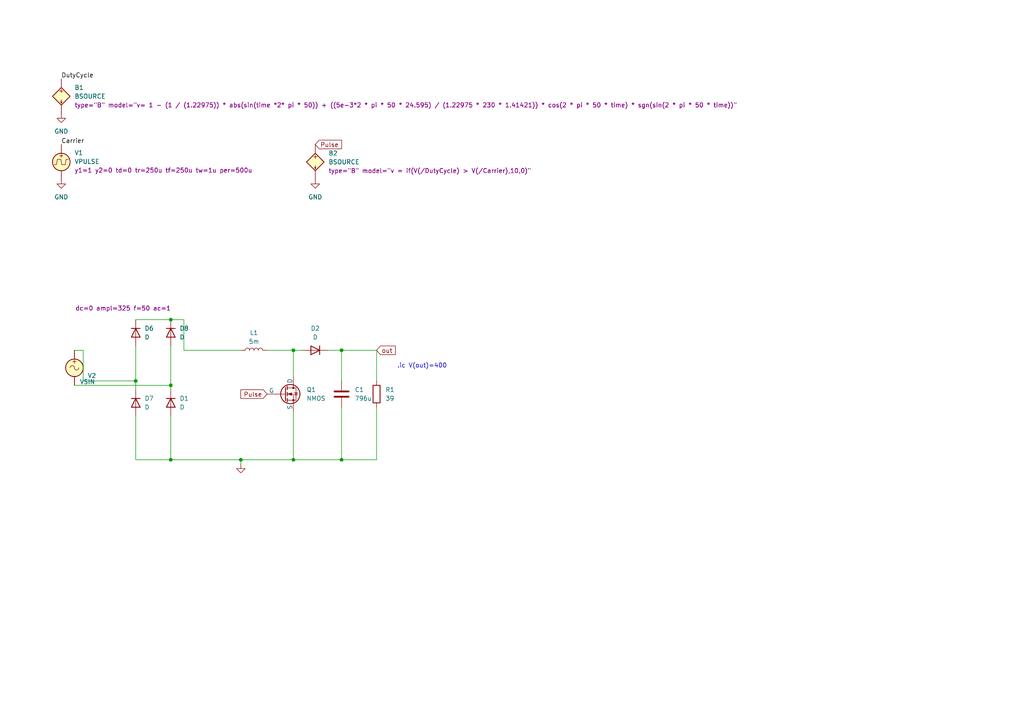
<source format=kicad_sch>
(kicad_sch
	(version 20231120)
	(generator "eeschema")
	(generator_version "8.0")
	(uuid "8edb996a-b854-4181-89cb-090226946ef2")
	(paper "A4")
	(lib_symbols
		(symbol "Device:C"
			(pin_numbers hide)
			(pin_names
				(offset 0.254)
			)
			(exclude_from_sim no)
			(in_bom yes)
			(on_board yes)
			(property "Reference" "C"
				(at 0.635 2.54 0)
				(effects
					(font
						(size 1.27 1.27)
					)
					(justify left)
				)
			)
			(property "Value" "C"
				(at 0.635 -2.54 0)
				(effects
					(font
						(size 1.27 1.27)
					)
					(justify left)
				)
			)
			(property "Footprint" ""
				(at 0.9652 -3.81 0)
				(effects
					(font
						(size 1.27 1.27)
					)
					(hide yes)
				)
			)
			(property "Datasheet" "~"
				(at 0 0 0)
				(effects
					(font
						(size 1.27 1.27)
					)
					(hide yes)
				)
			)
			(property "Description" "Unpolarized capacitor"
				(at 0 0 0)
				(effects
					(font
						(size 1.27 1.27)
					)
					(hide yes)
				)
			)
			(property "ki_keywords" "cap capacitor"
				(at 0 0 0)
				(effects
					(font
						(size 1.27 1.27)
					)
					(hide yes)
				)
			)
			(property "ki_fp_filters" "C_*"
				(at 0 0 0)
				(effects
					(font
						(size 1.27 1.27)
					)
					(hide yes)
				)
			)
			(symbol "C_0_1"
				(polyline
					(pts
						(xy -2.032 -0.762) (xy 2.032 -0.762)
					)
					(stroke
						(width 0.508)
						(type default)
					)
					(fill
						(type none)
					)
				)
				(polyline
					(pts
						(xy -2.032 0.762) (xy 2.032 0.762)
					)
					(stroke
						(width 0.508)
						(type default)
					)
					(fill
						(type none)
					)
				)
			)
			(symbol "C_1_1"
				(pin passive line
					(at 0 3.81 270)
					(length 2.794)
					(name "~"
						(effects
							(font
								(size 1.27 1.27)
							)
						)
					)
					(number "1"
						(effects
							(font
								(size 1.27 1.27)
							)
						)
					)
				)
				(pin passive line
					(at 0 -3.81 90)
					(length 2.794)
					(name "~"
						(effects
							(font
								(size 1.27 1.27)
							)
						)
					)
					(number "2"
						(effects
							(font
								(size 1.27 1.27)
							)
						)
					)
				)
			)
		)
		(symbol "Device:D"
			(pin_numbers hide)
			(pin_names
				(offset 1.016) hide)
			(exclude_from_sim no)
			(in_bom yes)
			(on_board yes)
			(property "Reference" "D"
				(at 0 2.54 0)
				(effects
					(font
						(size 1.27 1.27)
					)
				)
			)
			(property "Value" "D"
				(at 0 -2.54 0)
				(effects
					(font
						(size 1.27 1.27)
					)
				)
			)
			(property "Footprint" ""
				(at 0 0 0)
				(effects
					(font
						(size 1.27 1.27)
					)
					(hide yes)
				)
			)
			(property "Datasheet" "~"
				(at 0 0 0)
				(effects
					(font
						(size 1.27 1.27)
					)
					(hide yes)
				)
			)
			(property "Description" "Diode"
				(at 0 0 0)
				(effects
					(font
						(size 1.27 1.27)
					)
					(hide yes)
				)
			)
			(property "Sim.Device" "D"
				(at 0 0 0)
				(effects
					(font
						(size 1.27 1.27)
					)
					(hide yes)
				)
			)
			(property "Sim.Pins" "1=K 2=A"
				(at 0 0 0)
				(effects
					(font
						(size 1.27 1.27)
					)
					(hide yes)
				)
			)
			(property "ki_keywords" "diode"
				(at 0 0 0)
				(effects
					(font
						(size 1.27 1.27)
					)
					(hide yes)
				)
			)
			(property "ki_fp_filters" "TO-???* *_Diode_* *SingleDiode* D_*"
				(at 0 0 0)
				(effects
					(font
						(size 1.27 1.27)
					)
					(hide yes)
				)
			)
			(symbol "D_0_1"
				(polyline
					(pts
						(xy -1.27 1.27) (xy -1.27 -1.27)
					)
					(stroke
						(width 0.254)
						(type default)
					)
					(fill
						(type none)
					)
				)
				(polyline
					(pts
						(xy 1.27 0) (xy -1.27 0)
					)
					(stroke
						(width 0)
						(type default)
					)
					(fill
						(type none)
					)
				)
				(polyline
					(pts
						(xy 1.27 1.27) (xy 1.27 -1.27) (xy -1.27 0) (xy 1.27 1.27)
					)
					(stroke
						(width 0.254)
						(type default)
					)
					(fill
						(type none)
					)
				)
			)
			(symbol "D_1_1"
				(pin passive line
					(at -3.81 0 0)
					(length 2.54)
					(name "K"
						(effects
							(font
								(size 1.27 1.27)
							)
						)
					)
					(number "1"
						(effects
							(font
								(size 1.27 1.27)
							)
						)
					)
				)
				(pin passive line
					(at 3.81 0 180)
					(length 2.54)
					(name "A"
						(effects
							(font
								(size 1.27 1.27)
							)
						)
					)
					(number "2"
						(effects
							(font
								(size 1.27 1.27)
							)
						)
					)
				)
			)
		)
		(symbol "Device:L"
			(pin_numbers hide)
			(pin_names
				(offset 1.016) hide)
			(exclude_from_sim no)
			(in_bom yes)
			(on_board yes)
			(property "Reference" "L"
				(at -1.27 0 90)
				(effects
					(font
						(size 1.27 1.27)
					)
				)
			)
			(property "Value" "L"
				(at 1.905 0 90)
				(effects
					(font
						(size 1.27 1.27)
					)
				)
			)
			(property "Footprint" ""
				(at 0 0 0)
				(effects
					(font
						(size 1.27 1.27)
					)
					(hide yes)
				)
			)
			(property "Datasheet" "~"
				(at 0 0 0)
				(effects
					(font
						(size 1.27 1.27)
					)
					(hide yes)
				)
			)
			(property "Description" "Inductor"
				(at 0 0 0)
				(effects
					(font
						(size 1.27 1.27)
					)
					(hide yes)
				)
			)
			(property "ki_keywords" "inductor choke coil reactor magnetic"
				(at 0 0 0)
				(effects
					(font
						(size 1.27 1.27)
					)
					(hide yes)
				)
			)
			(property "ki_fp_filters" "Choke_* *Coil* Inductor_* L_*"
				(at 0 0 0)
				(effects
					(font
						(size 1.27 1.27)
					)
					(hide yes)
				)
			)
			(symbol "L_0_1"
				(arc
					(start 0 -2.54)
					(mid 0.6323 -1.905)
					(end 0 -1.27)
					(stroke
						(width 0)
						(type default)
					)
					(fill
						(type none)
					)
				)
				(arc
					(start 0 -1.27)
					(mid 0.6323 -0.635)
					(end 0 0)
					(stroke
						(width 0)
						(type default)
					)
					(fill
						(type none)
					)
				)
				(arc
					(start 0 0)
					(mid 0.6323 0.635)
					(end 0 1.27)
					(stroke
						(width 0)
						(type default)
					)
					(fill
						(type none)
					)
				)
				(arc
					(start 0 1.27)
					(mid 0.6323 1.905)
					(end 0 2.54)
					(stroke
						(width 0)
						(type default)
					)
					(fill
						(type none)
					)
				)
			)
			(symbol "L_1_1"
				(pin passive line
					(at 0 3.81 270)
					(length 1.27)
					(name "1"
						(effects
							(font
								(size 1.27 1.27)
							)
						)
					)
					(number "1"
						(effects
							(font
								(size 1.27 1.27)
							)
						)
					)
				)
				(pin passive line
					(at 0 -3.81 90)
					(length 1.27)
					(name "2"
						(effects
							(font
								(size 1.27 1.27)
							)
						)
					)
					(number "2"
						(effects
							(font
								(size 1.27 1.27)
							)
						)
					)
				)
			)
		)
		(symbol "Device:R"
			(pin_numbers hide)
			(pin_names
				(offset 0)
			)
			(exclude_from_sim no)
			(in_bom yes)
			(on_board yes)
			(property "Reference" "R"
				(at 2.032 0 90)
				(effects
					(font
						(size 1.27 1.27)
					)
				)
			)
			(property "Value" "R"
				(at 0 0 90)
				(effects
					(font
						(size 1.27 1.27)
					)
				)
			)
			(property "Footprint" ""
				(at -1.778 0 90)
				(effects
					(font
						(size 1.27 1.27)
					)
					(hide yes)
				)
			)
			(property "Datasheet" "~"
				(at 0 0 0)
				(effects
					(font
						(size 1.27 1.27)
					)
					(hide yes)
				)
			)
			(property "Description" "Resistor"
				(at 0 0 0)
				(effects
					(font
						(size 1.27 1.27)
					)
					(hide yes)
				)
			)
			(property "ki_keywords" "R res resistor"
				(at 0 0 0)
				(effects
					(font
						(size 1.27 1.27)
					)
					(hide yes)
				)
			)
			(property "ki_fp_filters" "R_*"
				(at 0 0 0)
				(effects
					(font
						(size 1.27 1.27)
					)
					(hide yes)
				)
			)
			(symbol "R_0_1"
				(rectangle
					(start -1.016 -2.54)
					(end 1.016 2.54)
					(stroke
						(width 0.254)
						(type default)
					)
					(fill
						(type none)
					)
				)
			)
			(symbol "R_1_1"
				(pin passive line
					(at 0 3.81 270)
					(length 1.27)
					(name "~"
						(effects
							(font
								(size 1.27 1.27)
							)
						)
					)
					(number "1"
						(effects
							(font
								(size 1.27 1.27)
							)
						)
					)
				)
				(pin passive line
					(at 0 -3.81 90)
					(length 1.27)
					(name "~"
						(effects
							(font
								(size 1.27 1.27)
							)
						)
					)
					(number "2"
						(effects
							(font
								(size 1.27 1.27)
							)
						)
					)
				)
			)
		)
		(symbol "Simulation_SPICE:BSOURCE"
			(pin_numbers hide)
			(pin_names
				(offset 1.016) hide)
			(exclude_from_sim no)
			(in_bom yes)
			(on_board yes)
			(property "Reference" "B"
				(at 2.54 2.54 0)
				(effects
					(font
						(size 1.27 1.27)
					)
					(justify left)
				)
			)
			(property "Value" "BSOURCE"
				(at 2.54 0 0)
				(effects
					(font
						(size 1.27 1.27)
					)
					(justify left)
				)
			)
			(property "Footprint" ""
				(at 0 0 0)
				(effects
					(font
						(size 1.27 1.27)
					)
					(hide yes)
				)
			)
			(property "Datasheet" "https://ngspice.sourceforge.io/docs/ngspice-html-manual/manual.xhtml#sec_Non_linear_Dependent_Sources"
				(at 0 -16.51 0)
				(effects
					(font
						(size 1.27 1.27)
					)
					(hide yes)
				)
			)
			(property "Description" "Arbitrary behavioral voltage or current source for simulation only"
				(at 0 0 0)
				(effects
					(font
						(size 1.27 1.27)
					)
					(hide yes)
				)
			)
			(property "Sim.Device" "SPICE"
				(at 0 0 0)
				(effects
					(font
						(size 1.27 1.27)
					)
					(hide yes)
				)
			)
			(property "Sim.Params" "type=\"B\" model=\"v=1\""
				(at 2.54 -2.54 0)
				(effects
					(font
						(size 1.27 1.27)
					)
					(justify left)
				)
			)
			(property "ki_keywords" "simulation dependent"
				(at 0 0 0)
				(effects
					(font
						(size 1.27 1.27)
					)
					(hide yes)
				)
			)
			(symbol "BSOURCE_0_1"
				(polyline
					(pts
						(xy 0 -1.016) (xy 0 -2.032)
					)
					(stroke
						(width 0)
						(type default)
					)
					(fill
						(type none)
					)
				)
				(polyline
					(pts
						(xy 0.254 -1.524) (xy 0 -2.032) (xy -0.254 -1.524)
					)
					(stroke
						(width 0)
						(type default)
					)
					(fill
						(type none)
					)
				)
				(polyline
					(pts
						(xy 0 2.54) (xy -2.54 0) (xy 0 -2.54) (xy 2.54 0) (xy 0 2.54)
					)
					(stroke
						(width 0.254)
						(type default)
					)
					(fill
						(type background)
					)
				)
			)
			(symbol "BSOURCE_1_1"
				(polyline
					(pts
						(xy -0.508 1.524) (xy 0.508 1.524)
					)
					(stroke
						(width 0)
						(type default)
					)
					(fill
						(type none)
					)
				)
				(polyline
					(pts
						(xy 0 1.016) (xy 0 2.032)
					)
					(stroke
						(width 0)
						(type default)
					)
					(fill
						(type none)
					)
				)
				(pin passive line
					(at 0 5.08 270)
					(length 2.54)
					(name "N+"
						(effects
							(font
								(size 1.27 1.27)
							)
						)
					)
					(number "1"
						(effects
							(font
								(size 1.27 1.27)
							)
						)
					)
				)
				(pin passive line
					(at 0 -5.08 90)
					(length 2.54)
					(name "N-"
						(effects
							(font
								(size 1.27 1.27)
							)
						)
					)
					(number "2"
						(effects
							(font
								(size 1.27 1.27)
							)
						)
					)
				)
			)
		)
		(symbol "Simulation_SPICE:NMOS"
			(pin_numbers hide)
			(pin_names
				(offset 0)
			)
			(exclude_from_sim no)
			(in_bom yes)
			(on_board yes)
			(property "Reference" "Q"
				(at 5.08 1.27 0)
				(effects
					(font
						(size 1.27 1.27)
					)
					(justify left)
				)
			)
			(property "Value" "NMOS"
				(at 5.08 -1.27 0)
				(effects
					(font
						(size 1.27 1.27)
					)
					(justify left)
				)
			)
			(property "Footprint" ""
				(at 5.08 2.54 0)
				(effects
					(font
						(size 1.27 1.27)
					)
					(hide yes)
				)
			)
			(property "Datasheet" "https://ngspice.sourceforge.io/docs/ngspice-html-manual/manual.xhtml#cha_MOSFETs"
				(at 0 -12.7 0)
				(effects
					(font
						(size 1.27 1.27)
					)
					(hide yes)
				)
			)
			(property "Description" "N-MOSFET transistor, drain/source/gate"
				(at 0 0 0)
				(effects
					(font
						(size 1.27 1.27)
					)
					(hide yes)
				)
			)
			(property "Sim.Device" "NMOS"
				(at 0 -17.145 0)
				(effects
					(font
						(size 1.27 1.27)
					)
					(hide yes)
				)
			)
			(property "Sim.Type" "VDMOS"
				(at 0 -19.05 0)
				(effects
					(font
						(size 1.27 1.27)
					)
					(hide yes)
				)
			)
			(property "Sim.Pins" "1=D 2=G 3=S"
				(at 0 -15.24 0)
				(effects
					(font
						(size 1.27 1.27)
					)
					(hide yes)
				)
			)
			(property "ki_keywords" "transistor NMOS N-MOS N-MOSFET simulation"
				(at 0 0 0)
				(effects
					(font
						(size 1.27 1.27)
					)
					(hide yes)
				)
			)
			(symbol "NMOS_0_1"
				(polyline
					(pts
						(xy 0.254 0) (xy -2.54 0)
					)
					(stroke
						(width 0)
						(type default)
					)
					(fill
						(type none)
					)
				)
				(polyline
					(pts
						(xy 0.254 1.905) (xy 0.254 -1.905)
					)
					(stroke
						(width 0.254)
						(type default)
					)
					(fill
						(type none)
					)
				)
				(polyline
					(pts
						(xy 0.762 -1.27) (xy 0.762 -2.286)
					)
					(stroke
						(width 0.254)
						(type default)
					)
					(fill
						(type none)
					)
				)
				(polyline
					(pts
						(xy 0.762 0.508) (xy 0.762 -0.508)
					)
					(stroke
						(width 0.254)
						(type default)
					)
					(fill
						(type none)
					)
				)
				(polyline
					(pts
						(xy 0.762 2.286) (xy 0.762 1.27)
					)
					(stroke
						(width 0.254)
						(type default)
					)
					(fill
						(type none)
					)
				)
				(polyline
					(pts
						(xy 2.54 2.54) (xy 2.54 1.778)
					)
					(stroke
						(width 0)
						(type default)
					)
					(fill
						(type none)
					)
				)
				(polyline
					(pts
						(xy 2.54 -2.54) (xy 2.54 0) (xy 0.762 0)
					)
					(stroke
						(width 0)
						(type default)
					)
					(fill
						(type none)
					)
				)
				(polyline
					(pts
						(xy 0.762 -1.778) (xy 3.302 -1.778) (xy 3.302 1.778) (xy 0.762 1.778)
					)
					(stroke
						(width 0)
						(type default)
					)
					(fill
						(type none)
					)
				)
				(polyline
					(pts
						(xy 1.016 0) (xy 2.032 0.381) (xy 2.032 -0.381) (xy 1.016 0)
					)
					(stroke
						(width 0)
						(type default)
					)
					(fill
						(type outline)
					)
				)
				(polyline
					(pts
						(xy 2.794 0.508) (xy 2.921 0.381) (xy 3.683 0.381) (xy 3.81 0.254)
					)
					(stroke
						(width 0)
						(type default)
					)
					(fill
						(type none)
					)
				)
				(polyline
					(pts
						(xy 3.302 0.381) (xy 2.921 -0.254) (xy 3.683 -0.254) (xy 3.302 0.381)
					)
					(stroke
						(width 0)
						(type default)
					)
					(fill
						(type none)
					)
				)
				(circle
					(center 1.651 0)
					(radius 2.794)
					(stroke
						(width 0.254)
						(type default)
					)
					(fill
						(type none)
					)
				)
				(circle
					(center 2.54 -1.778)
					(radius 0.254)
					(stroke
						(width 0)
						(type default)
					)
					(fill
						(type outline)
					)
				)
				(circle
					(center 2.54 1.778)
					(radius 0.254)
					(stroke
						(width 0)
						(type default)
					)
					(fill
						(type outline)
					)
				)
			)
			(symbol "NMOS_1_1"
				(pin passive line
					(at 2.54 5.08 270)
					(length 2.54)
					(name "D"
						(effects
							(font
								(size 1.27 1.27)
							)
						)
					)
					(number "1"
						(effects
							(font
								(size 1.27 1.27)
							)
						)
					)
				)
				(pin input line
					(at -5.08 0 0)
					(length 2.54)
					(name "G"
						(effects
							(font
								(size 1.27 1.27)
							)
						)
					)
					(number "2"
						(effects
							(font
								(size 1.27 1.27)
							)
						)
					)
				)
				(pin passive line
					(at 2.54 -5.08 90)
					(length 2.54)
					(name "S"
						(effects
							(font
								(size 1.27 1.27)
							)
						)
					)
					(number "3"
						(effects
							(font
								(size 1.27 1.27)
							)
						)
					)
				)
			)
		)
		(symbol "Simulation_SPICE:VPULSE"
			(pin_numbers hide)
			(pin_names
				(offset 0.0254)
			)
			(exclude_from_sim no)
			(in_bom yes)
			(on_board yes)
			(property "Reference" "V"
				(at 2.54 2.54 0)
				(effects
					(font
						(size 1.27 1.27)
					)
					(justify left)
				)
			)
			(property "Value" "VPULSE"
				(at 2.54 0 0)
				(effects
					(font
						(size 1.27 1.27)
					)
					(justify left)
				)
			)
			(property "Footprint" ""
				(at 0 0 0)
				(effects
					(font
						(size 1.27 1.27)
					)
					(hide yes)
				)
			)
			(property "Datasheet" "https://ngspice.sourceforge.io/docs/ngspice-html-manual/manual.xhtml#sec_Independent_Sources_for"
				(at 0 0 0)
				(effects
					(font
						(size 1.27 1.27)
					)
					(hide yes)
				)
			)
			(property "Description" "Voltage source, pulse"
				(at 0 0 0)
				(effects
					(font
						(size 1.27 1.27)
					)
					(hide yes)
				)
			)
			(property "Sim.Pins" "1=+ 2=-"
				(at 0 0 0)
				(effects
					(font
						(size 1.27 1.27)
					)
					(hide yes)
				)
			)
			(property "Sim.Type" "PULSE"
				(at 0 0 0)
				(effects
					(font
						(size 1.27 1.27)
					)
					(hide yes)
				)
			)
			(property "Sim.Device" "V"
				(at 0 0 0)
				(effects
					(font
						(size 1.27 1.27)
					)
					(justify left)
					(hide yes)
				)
			)
			(property "Sim.Params" "y1=0 y2=1 td=2n tr=2n tf=2n tw=50n per=100n"
				(at 2.54 -2.54 0)
				(effects
					(font
						(size 1.27 1.27)
					)
					(justify left)
				)
			)
			(property "ki_keywords" "simulation"
				(at 0 0 0)
				(effects
					(font
						(size 1.27 1.27)
					)
					(hide yes)
				)
			)
			(symbol "VPULSE_0_0"
				(polyline
					(pts
						(xy -2.032 -0.762) (xy -1.397 -0.762) (xy -1.143 0.762) (xy -0.127 0.762) (xy 0.127 -0.762) (xy 1.143 -0.762)
						(xy 1.397 0.762) (xy 2.032 0.762)
					)
					(stroke
						(width 0)
						(type default)
					)
					(fill
						(type none)
					)
				)
				(text "+"
					(at 0 1.905 0)
					(effects
						(font
							(size 1.27 1.27)
						)
					)
				)
			)
			(symbol "VPULSE_0_1"
				(circle
					(center 0 0)
					(radius 2.54)
					(stroke
						(width 0.254)
						(type default)
					)
					(fill
						(type background)
					)
				)
			)
			(symbol "VPULSE_1_1"
				(pin passive line
					(at 0 5.08 270)
					(length 2.54)
					(name "~"
						(effects
							(font
								(size 1.27 1.27)
							)
						)
					)
					(number "1"
						(effects
							(font
								(size 1.27 1.27)
							)
						)
					)
				)
				(pin passive line
					(at 0 -5.08 90)
					(length 2.54)
					(name "~"
						(effects
							(font
								(size 1.27 1.27)
							)
						)
					)
					(number "2"
						(effects
							(font
								(size 1.27 1.27)
							)
						)
					)
				)
			)
		)
		(symbol "Simulation_SPICE:VSIN"
			(pin_numbers hide)
			(pin_names
				(offset 0.0254)
			)
			(exclude_from_sim no)
			(in_bom yes)
			(on_board yes)
			(property "Reference" "V"
				(at 2.54 2.54 0)
				(effects
					(font
						(size 1.27 1.27)
					)
					(justify left)
				)
			)
			(property "Value" "VSIN"
				(at 2.54 0 0)
				(effects
					(font
						(size 1.27 1.27)
					)
					(justify left)
				)
			)
			(property "Footprint" ""
				(at 0 0 0)
				(effects
					(font
						(size 1.27 1.27)
					)
					(hide yes)
				)
			)
			(property "Datasheet" "https://ngspice.sourceforge.io/docs/ngspice-html-manual/manual.xhtml#sec_Independent_Sources_for"
				(at 0 0 0)
				(effects
					(font
						(size 1.27 1.27)
					)
					(hide yes)
				)
			)
			(property "Description" "Voltage source, sinusoidal"
				(at 0 0 0)
				(effects
					(font
						(size 1.27 1.27)
					)
					(hide yes)
				)
			)
			(property "Sim.Pins" "1=+ 2=-"
				(at 0 0 0)
				(effects
					(font
						(size 1.27 1.27)
					)
					(hide yes)
				)
			)
			(property "Sim.Params" "dc=0 ampl=1 f=1k ac=1"
				(at 2.54 -2.54 0)
				(effects
					(font
						(size 1.27 1.27)
					)
					(justify left)
				)
			)
			(property "Sim.Type" "SIN"
				(at 0 0 0)
				(effects
					(font
						(size 1.27 1.27)
					)
					(hide yes)
				)
			)
			(property "Sim.Device" "V"
				(at 0 0 0)
				(effects
					(font
						(size 1.27 1.27)
					)
					(justify left)
					(hide yes)
				)
			)
			(property "ki_keywords" "simulation ac vac"
				(at 0 0 0)
				(effects
					(font
						(size 1.27 1.27)
					)
					(hide yes)
				)
			)
			(symbol "VSIN_0_0"
				(arc
					(start 0 0)
					(mid -0.635 0.6323)
					(end -1.27 0)
					(stroke
						(width 0)
						(type default)
					)
					(fill
						(type none)
					)
				)
				(arc
					(start 0 0)
					(mid 0.635 -0.6323)
					(end 1.27 0)
					(stroke
						(width 0)
						(type default)
					)
					(fill
						(type none)
					)
				)
				(text "+"
					(at 0 1.905 0)
					(effects
						(font
							(size 1.27 1.27)
						)
					)
				)
			)
			(symbol "VSIN_0_1"
				(circle
					(center 0 0)
					(radius 2.54)
					(stroke
						(width 0.254)
						(type default)
					)
					(fill
						(type background)
					)
				)
			)
			(symbol "VSIN_1_1"
				(pin passive line
					(at 0 5.08 270)
					(length 2.54)
					(name "~"
						(effects
							(font
								(size 1.27 1.27)
							)
						)
					)
					(number "1"
						(effects
							(font
								(size 1.27 1.27)
							)
						)
					)
				)
				(pin passive line
					(at 0 -5.08 90)
					(length 2.54)
					(name "~"
						(effects
							(font
								(size 1.27 1.27)
							)
						)
					)
					(number "2"
						(effects
							(font
								(size 1.27 1.27)
							)
						)
					)
				)
			)
		)
		(symbol "power:GND"
			(power)
			(pin_numbers hide)
			(pin_names
				(offset 0) hide)
			(exclude_from_sim no)
			(in_bom yes)
			(on_board yes)
			(property "Reference" "#PWR"
				(at 0 -6.35 0)
				(effects
					(font
						(size 1.27 1.27)
					)
					(hide yes)
				)
			)
			(property "Value" "GND"
				(at 0 -3.81 0)
				(effects
					(font
						(size 1.27 1.27)
					)
				)
			)
			(property "Footprint" ""
				(at 0 0 0)
				(effects
					(font
						(size 1.27 1.27)
					)
					(hide yes)
				)
			)
			(property "Datasheet" ""
				(at 0 0 0)
				(effects
					(font
						(size 1.27 1.27)
					)
					(hide yes)
				)
			)
			(property "Description" "Power symbol creates a global label with name \"GND\" , ground"
				(at 0 0 0)
				(effects
					(font
						(size 1.27 1.27)
					)
					(hide yes)
				)
			)
			(property "ki_keywords" "global power"
				(at 0 0 0)
				(effects
					(font
						(size 1.27 1.27)
					)
					(hide yes)
				)
			)
			(symbol "GND_0_1"
				(polyline
					(pts
						(xy 0 0) (xy 0 -1.27) (xy 1.27 -1.27) (xy 0 -2.54) (xy -1.27 -1.27) (xy 0 -1.27)
					)
					(stroke
						(width 0)
						(type default)
					)
					(fill
						(type none)
					)
				)
			)
			(symbol "GND_1_1"
				(pin power_in line
					(at 0 0 270)
					(length 0)
					(name "~"
						(effects
							(font
								(size 1.27 1.27)
							)
						)
					)
					(number "1"
						(effects
							(font
								(size 1.27 1.27)
							)
						)
					)
				)
			)
		)
	)
	(junction
		(at 39.37 110.49)
		(diameter 0)
		(color 0 0 0 0)
		(uuid "1c8d817d-5492-4d60-9bce-8ec4f5a1c33a")
	)
	(junction
		(at 49.53 92.71)
		(diameter 0)
		(color 0 0 0 0)
		(uuid "618eb14d-2bed-4c34-8776-a4bd0bae78b6")
	)
	(junction
		(at 85.09 101.6)
		(diameter 0)
		(color 0 0 0 0)
		(uuid "70f520e3-9ff6-49aa-967f-53401d429bdf")
	)
	(junction
		(at 49.53 111.76)
		(diameter 0)
		(color 0 0 0 0)
		(uuid "86f85fe9-3963-4785-a31c-c560a3f5ec52")
	)
	(junction
		(at 99.06 133.35)
		(diameter 0)
		(color 0 0 0 0)
		(uuid "9ef1c59b-e50f-429e-86b9-f1852ec7790b")
	)
	(junction
		(at 69.85 133.35)
		(diameter 0)
		(color 0 0 0 0)
		(uuid "a31cdd16-a83c-40d1-8e98-01d751854f75")
	)
	(junction
		(at 49.53 133.35)
		(diameter 0)
		(color 0 0 0 0)
		(uuid "ca3eed35-9123-48a6-8c2c-0ecbc59b85fe")
	)
	(junction
		(at 85.09 133.35)
		(diameter 0)
		(color 0 0 0 0)
		(uuid "d325e0a2-b6de-465d-a4e9-4207a8ea2b7a")
	)
	(junction
		(at 99.06 101.6)
		(diameter 0)
		(color 0 0 0 0)
		(uuid "e7027547-1285-4156-a2a0-ca6aea5ba65f")
	)
	(wire
		(pts
			(xy 53.34 101.6) (xy 53.34 92.71)
		)
		(stroke
			(width 0)
			(type default)
		)
		(uuid "0fe82c78-e4bc-4b84-800c-b459a1866548")
	)
	(wire
		(pts
			(xy 69.85 134.62) (xy 69.85 133.35)
		)
		(stroke
			(width 0)
			(type default)
		)
		(uuid "1ab9c372-5cbf-431d-87b4-547fa1a27f3f")
	)
	(wire
		(pts
			(xy 109.22 101.6) (xy 109.22 110.49)
		)
		(stroke
			(width 0)
			(type default)
		)
		(uuid "1b0b016a-f2dd-4b2d-b30c-4f382fec6a51")
	)
	(wire
		(pts
			(xy 85.09 119.38) (xy 85.09 133.35)
		)
		(stroke
			(width 0)
			(type default)
		)
		(uuid "203edaf4-0b20-4fd3-9cb5-17ce6d26f1d3")
	)
	(wire
		(pts
			(xy 49.53 100.33) (xy 49.53 111.76)
		)
		(stroke
			(width 0)
			(type default)
		)
		(uuid "25d40ff8-2a80-4c72-9155-6025f007a348")
	)
	(wire
		(pts
			(xy 49.53 120.65) (xy 49.53 133.35)
		)
		(stroke
			(width 0)
			(type default)
		)
		(uuid "36310186-75a1-481e-b912-2e70235ddaf6")
	)
	(wire
		(pts
			(xy 99.06 101.6) (xy 99.06 110.49)
		)
		(stroke
			(width 0)
			(type default)
		)
		(uuid "36dcb27d-2854-43e8-8ae7-fb48d5a67f71")
	)
	(wire
		(pts
			(xy 109.22 118.11) (xy 109.22 133.35)
		)
		(stroke
			(width 0)
			(type default)
		)
		(uuid "39764069-495e-45e0-8fc4-6597e9e9ae1c")
	)
	(wire
		(pts
			(xy 53.34 101.6) (xy 69.85 101.6)
		)
		(stroke
			(width 0)
			(type default)
		)
		(uuid "3f1e162a-bf55-4624-ad48-4fde89355f77")
	)
	(wire
		(pts
			(xy 85.09 101.6) (xy 87.63 101.6)
		)
		(stroke
			(width 0)
			(type default)
		)
		(uuid "4d45181c-5b32-4bbe-abe0-b2809dc5a8be")
	)
	(wire
		(pts
			(xy 21.59 111.76) (xy 49.53 111.76)
		)
		(stroke
			(width 0)
			(type default)
		)
		(uuid "5738fa36-f43f-436a-9235-ba42019c8ee0")
	)
	(wire
		(pts
			(xy 39.37 133.35) (xy 49.53 133.35)
		)
		(stroke
			(width 0)
			(type default)
		)
		(uuid "58929872-a416-41b8-b849-073d30510aa8")
	)
	(wire
		(pts
			(xy 77.47 101.6) (xy 85.09 101.6)
		)
		(stroke
			(width 0)
			(type default)
		)
		(uuid "5f247c11-b6d7-4a2e-83f8-8b1b573b53cb")
	)
	(wire
		(pts
			(xy 49.53 92.71) (xy 53.34 92.71)
		)
		(stroke
			(width 0)
			(type default)
		)
		(uuid "62e50d75-8958-49eb-925c-229c8d1a798a")
	)
	(wire
		(pts
			(xy 95.25 101.6) (xy 99.06 101.6)
		)
		(stroke
			(width 0)
			(type default)
		)
		(uuid "7836dcc7-eab6-487b-9a54-632ffd85c15d")
	)
	(wire
		(pts
			(xy 49.53 133.35) (xy 69.85 133.35)
		)
		(stroke
			(width 0)
			(type default)
		)
		(uuid "7c48a9f0-aa94-401c-9b88-b1c7ddbfff8f")
	)
	(wire
		(pts
			(xy 99.06 118.11) (xy 99.06 133.35)
		)
		(stroke
			(width 0)
			(type default)
		)
		(uuid "7c8f8b67-889c-4a52-bffd-ff5949d372d4")
	)
	(wire
		(pts
			(xy 69.85 133.35) (xy 85.09 133.35)
		)
		(stroke
			(width 0)
			(type default)
		)
		(uuid "87b8e048-d96a-4ea5-bd9e-ecb3dbdfc7af")
	)
	(wire
		(pts
			(xy 39.37 100.33) (xy 39.37 110.49)
		)
		(stroke
			(width 0)
			(type default)
		)
		(uuid "9327ac88-194b-4413-98e2-776562fbaf0e")
	)
	(wire
		(pts
			(xy 21.59 101.6) (xy 24.13 101.6)
		)
		(stroke
			(width 0)
			(type default)
		)
		(uuid "97eb8c25-3f2b-4c68-8999-c903ea0dde0f")
	)
	(wire
		(pts
			(xy 39.37 92.71) (xy 49.53 92.71)
		)
		(stroke
			(width 0)
			(type default)
		)
		(uuid "9a69a5d8-ceee-4a4b-b2f6-325f02ef9ff8")
	)
	(wire
		(pts
			(xy 39.37 120.65) (xy 39.37 133.35)
		)
		(stroke
			(width 0)
			(type default)
		)
		(uuid "9c6a2c31-c6b7-42c4-821a-39cf2bc7c965")
	)
	(wire
		(pts
			(xy 85.09 101.6) (xy 85.09 109.22)
		)
		(stroke
			(width 0)
			(type default)
		)
		(uuid "9da17e86-b032-426f-9b3b-55f367b6b7d7")
	)
	(wire
		(pts
			(xy 99.06 133.35) (xy 109.22 133.35)
		)
		(stroke
			(width 0)
			(type default)
		)
		(uuid "a78ab4e6-b53a-47f0-af53-88cbfad970ca")
	)
	(wire
		(pts
			(xy 24.13 110.49) (xy 39.37 110.49)
		)
		(stroke
			(width 0)
			(type default)
		)
		(uuid "ba74ba97-4838-4bb6-af44-4bb5730cd207")
	)
	(wire
		(pts
			(xy 85.09 133.35) (xy 99.06 133.35)
		)
		(stroke
			(width 0)
			(type default)
		)
		(uuid "c39eeb36-22a0-4bc8-baef-7ff726efa121")
	)
	(wire
		(pts
			(xy 24.13 101.6) (xy 24.13 110.49)
		)
		(stroke
			(width 0)
			(type default)
		)
		(uuid "d452f249-898a-46cf-ba61-16a05e020996")
	)
	(wire
		(pts
			(xy 49.53 111.76) (xy 49.53 113.03)
		)
		(stroke
			(width 0)
			(type default)
		)
		(uuid "e583c7b1-e830-4d1f-8614-31a14b882c8a")
	)
	(wire
		(pts
			(xy 99.06 101.6) (xy 109.22 101.6)
		)
		(stroke
			(width 0)
			(type default)
		)
		(uuid "fb65b627-2ea4-424c-980c-068c09b50250")
	)
	(wire
		(pts
			(xy 39.37 110.49) (xy 39.37 113.03)
		)
		(stroke
			(width 0)
			(type default)
		)
		(uuid "fd22421a-dc63-4b01-bf5d-1a7ad5c36d58")
	)
	(text ".ic V(out)=400"
		(exclude_from_sim no)
		(at 122.428 106.172 0)
		(effects
			(font
				(size 1.27 1.27)
			)
		)
		(uuid "6988c647-dad6-49c6-b388-200253c823f9")
	)
	(label "DutyCycle"
		(at 17.78 22.86 0)
		(fields_autoplaced yes)
		(effects
			(font
				(size 1.27 1.27)
			)
			(justify left bottom)
		)
		(uuid "048ece04-045a-4af7-bd3c-13d83ba21bbb")
	)
	(label "Carrier"
		(at 17.78 41.91 0)
		(fields_autoplaced yes)
		(effects
			(font
				(size 1.27 1.27)
			)
			(justify left bottom)
		)
		(uuid "e27e84d1-208a-49a5-8e0b-c26a0231de81")
	)
	(global_label "Pulse"
		(shape input)
		(at 77.47 114.3 180)
		(fields_autoplaced yes)
		(effects
			(font
				(size 1.27 1.27)
			)
			(justify right)
		)
		(uuid "6c62392c-f2c3-409c-9571-4305d4213d82")
		(property "Intersheetrefs" "${INTERSHEET_REFS}"
			(at 69.2839 114.3 0)
			(effects
				(font
					(size 1.27 1.27)
				)
				(justify right)
				(hide yes)
			)
		)
	)
	(global_label "Pulse"
		(shape input)
		(at 91.44 41.91 0)
		(fields_autoplaced yes)
		(effects
			(font
				(size 1.27 1.27)
			)
			(justify left)
		)
		(uuid "a886eb75-a770-49a0-821a-adb17cc85ba4")
		(property "Intersheetrefs" "${INTERSHEET_REFS}"
			(at 99.6261 41.91 0)
			(effects
				(font
					(size 1.27 1.27)
				)
				(justify left)
				(hide yes)
			)
		)
	)
	(global_label "out"
		(shape input)
		(at 109.22 101.6 0)
		(fields_autoplaced yes)
		(effects
			(font
				(size 1.27 1.27)
			)
			(justify left)
		)
		(uuid "e37841e0-688c-4121-a7a0-b02b0f081443")
		(property "Intersheetrefs" "${INTERSHEET_REFS}"
			(at 115.2289 101.6 0)
			(effects
				(font
					(size 1.27 1.27)
				)
				(justify left)
				(hide yes)
			)
		)
	)
	(symbol
		(lib_id "Device:L")
		(at 73.66 101.6 90)
		(unit 1)
		(exclude_from_sim no)
		(in_bom yes)
		(on_board yes)
		(dnp no)
		(fields_autoplaced yes)
		(uuid "03f261aa-f7d6-4684-86d2-d23dfc5ec74b")
		(property "Reference" "L1"
			(at 73.66 96.52 90)
			(effects
				(font
					(size 1.27 1.27)
				)
			)
		)
		(property "Value" "5m"
			(at 73.66 99.06 90)
			(effects
				(font
					(size 1.27 1.27)
				)
			)
		)
		(property "Footprint" ""
			(at 73.66 101.6 0)
			(effects
				(font
					(size 1.27 1.27)
				)
				(hide yes)
			)
		)
		(property "Datasheet" "~"
			(at 73.66 101.6 0)
			(effects
				(font
					(size 1.27 1.27)
				)
				(hide yes)
			)
		)
		(property "Description" "Inductor"
			(at 73.66 101.6 0)
			(effects
				(font
					(size 1.27 1.27)
				)
				(hide yes)
			)
		)
		(pin "2"
			(uuid "15f2727f-ec61-4fd3-83f9-4c5bdbc19899")
		)
		(pin "1"
			(uuid "eaa7e628-8f23-453a-9e35-eebf27ede49e")
		)
		(instances
			(project ""
				(path "/8edb996a-b854-4181-89cb-090226946ef2"
					(reference "L1")
					(unit 1)
				)
			)
		)
	)
	(symbol
		(lib_id "Device:D")
		(at 49.53 96.52 270)
		(unit 1)
		(exclude_from_sim no)
		(in_bom yes)
		(on_board yes)
		(dnp no)
		(fields_autoplaced yes)
		(uuid "134d0202-fd01-496f-b6e9-15a2cefc7a00")
		(property "Reference" "D8"
			(at 52.07 95.2499 90)
			(effects
				(font
					(size 1.27 1.27)
				)
				(justify left)
			)
		)
		(property "Value" "D"
			(at 52.07 97.7899 90)
			(effects
				(font
					(size 1.27 1.27)
				)
				(justify left)
			)
		)
		(property "Footprint" ""
			(at 49.53 96.52 0)
			(effects
				(font
					(size 1.27 1.27)
				)
				(hide yes)
			)
		)
		(property "Datasheet" "~"
			(at 49.53 96.52 0)
			(effects
				(font
					(size 1.27 1.27)
				)
				(hide yes)
			)
		)
		(property "Description" "Diode"
			(at 49.53 96.52 0)
			(effects
				(font
					(size 1.27 1.27)
				)
				(hide yes)
			)
		)
		(property "Sim.Device" "D"
			(at 49.53 96.52 0)
			(effects
				(font
					(size 1.27 1.27)
				)
				(hide yes)
			)
		)
		(property "Sim.Pins" "1=K 2=A"
			(at 49.53 96.52 0)
			(effects
				(font
					(size 1.27 1.27)
				)
				(hide yes)
			)
		)
		(pin "1"
			(uuid "ef5ff814-9eb0-49e6-8d73-1636a27cc5e9")
		)
		(pin "2"
			(uuid "ba9a4c1c-fce4-4bd1-9098-3fe86e4756ff")
		)
		(instances
			(project "PFC"
				(path "/8edb996a-b854-4181-89cb-090226946ef2"
					(reference "D8")
					(unit 1)
				)
			)
		)
	)
	(symbol
		(lib_id "Simulation_SPICE:BSOURCE")
		(at 17.78 27.94 0)
		(unit 1)
		(exclude_from_sim no)
		(in_bom yes)
		(on_board yes)
		(dnp no)
		(fields_autoplaced yes)
		(uuid "25675451-95d1-42f5-abdd-01e61ab0eb74")
		(property "Reference" "B1"
			(at 21.59 25.3999 0)
			(effects
				(font
					(size 1.27 1.27)
				)
				(justify left)
			)
		)
		(property "Value" "BSOURCE"
			(at 21.59 27.9399 0)
			(effects
				(font
					(size 1.27 1.27)
				)
				(justify left)
			)
		)
		(property "Footprint" ""
			(at 17.78 27.94 0)
			(effects
				(font
					(size 1.27 1.27)
				)
				(hide yes)
			)
		)
		(property "Datasheet" "https://ngspice.sourceforge.io/docs/ngspice-html-manual/manual.xhtml#sec_Non_linear_Dependent_Sources"
			(at 17.78 44.45 0)
			(effects
				(font
					(size 1.27 1.27)
				)
				(hide yes)
			)
		)
		(property "Description" "Arbitrary behavioral voltage or current source for simulation only"
			(at 17.78 27.94 0)
			(effects
				(font
					(size 1.27 1.27)
				)
				(hide yes)
			)
		)
		(property "Sim.Device" "SPICE"
			(at 17.78 27.94 0)
			(effects
				(font
					(size 1.27 1.27)
				)
				(hide yes)
			)
		)
		(property "Sim.Params" "type=\"B\" model=\"v= 1 - (1 / (1.22975)) * abs(sin(time *2* pi * 50)) + ((5e-3*2 * pi * 50 * 24.595) / (1.22975 * 230 * 1.41421)) * cos(2 * pi * 50 * time) * sgn(sin(2 * pi * 50 * time))\""
			(at 21.59 30.4799 0)
			(effects
				(font
					(size 1.27 1.27)
				)
				(justify left)
			)
		)
		(property "Field7" ""
			(at 17.78 27.94 0)
			(effects
				(font
					(size 1.27 1.27)
				)
				(hide yes)
			)
		)
		(pin "1"
			(uuid "46698953-f21a-4ea6-ae2b-f84e8e0f67e8")
		)
		(pin "2"
			(uuid "c4358dfb-903a-47ff-830b-c3a1b7cd5834")
		)
		(instances
			(project ""
				(path "/8edb996a-b854-4181-89cb-090226946ef2"
					(reference "B1")
					(unit 1)
				)
			)
		)
	)
	(symbol
		(lib_id "Simulation_SPICE:BSOURCE")
		(at 91.44 46.99 0)
		(unit 1)
		(exclude_from_sim no)
		(in_bom yes)
		(on_board yes)
		(dnp no)
		(fields_autoplaced yes)
		(uuid "2731b6f7-a872-47b9-be5d-30b01f4f82fd")
		(property "Reference" "B2"
			(at 95.25 44.4499 0)
			(effects
				(font
					(size 1.27 1.27)
				)
				(justify left)
			)
		)
		(property "Value" "BSOURCE"
			(at 95.25 46.9899 0)
			(effects
				(font
					(size 1.27 1.27)
				)
				(justify left)
			)
		)
		(property "Footprint" ""
			(at 91.44 46.99 0)
			(effects
				(font
					(size 1.27 1.27)
				)
				(hide yes)
			)
		)
		(property "Datasheet" "https://ngspice.sourceforge.io/docs/ngspice-html-manual/manual.xhtml#sec_Non_linear_Dependent_Sources"
			(at 91.44 63.5 0)
			(effects
				(font
					(size 1.27 1.27)
				)
				(hide yes)
			)
		)
		(property "Description" "Arbitrary behavioral voltage or current source for simulation only"
			(at 91.44 46.99 0)
			(effects
				(font
					(size 1.27 1.27)
				)
				(hide yes)
			)
		)
		(property "Sim.Device" "SPICE"
			(at 91.44 46.99 0)
			(effects
				(font
					(size 1.27 1.27)
				)
				(hide yes)
			)
		)
		(property "Sim.Params" "type=\"B\" model=\"v = if(V(/DutyCycle) > V(/Carrier),10,0)\""
			(at 95.25 49.5299 0)
			(effects
				(font
					(size 1.27 1.27)
				)
				(justify left)
			)
		)
		(pin "1"
			(uuid "49aa3fe3-0766-4102-9993-1c7e2931b140")
		)
		(pin "2"
			(uuid "87ad5713-532b-47bd-85a1-3913f125722b")
		)
		(instances
			(project ""
				(path "/8edb996a-b854-4181-89cb-090226946ef2"
					(reference "B2")
					(unit 1)
				)
			)
		)
	)
	(symbol
		(lib_id "Device:C")
		(at 99.06 114.3 0)
		(unit 1)
		(exclude_from_sim no)
		(in_bom yes)
		(on_board yes)
		(dnp no)
		(fields_autoplaced yes)
		(uuid "3d7b1c28-d9ef-4812-be50-cab12b5c0b55")
		(property "Reference" "C1"
			(at 102.87 113.0299 0)
			(effects
				(font
					(size 1.27 1.27)
				)
				(justify left)
			)
		)
		(property "Value" "796u"
			(at 102.87 115.5699 0)
			(effects
				(font
					(size 1.27 1.27)
				)
				(justify left)
			)
		)
		(property "Footprint" ""
			(at 100.0252 118.11 0)
			(effects
				(font
					(size 1.27 1.27)
				)
				(hide yes)
			)
		)
		(property "Datasheet" "~"
			(at 99.06 114.3 0)
			(effects
				(font
					(size 1.27 1.27)
				)
				(hide yes)
			)
		)
		(property "Description" "Unpolarized capacitor"
			(at 99.06 114.3 0)
			(effects
				(font
					(size 1.27 1.27)
				)
				(hide yes)
			)
		)
		(pin "1"
			(uuid "7ff70dc1-05cb-4b40-83d7-ac4169e4e83d")
		)
		(pin "2"
			(uuid "fd22f9ab-9640-4671-a65d-866ba78dfa33")
		)
		(instances
			(project ""
				(path "/8edb996a-b854-4181-89cb-090226946ef2"
					(reference "C1")
					(unit 1)
				)
			)
		)
	)
	(symbol
		(lib_id "Simulation_SPICE:VSIN")
		(at 21.59 106.68 0)
		(unit 1)
		(exclude_from_sim no)
		(in_bom yes)
		(on_board yes)
		(dnp no)
		(uuid "4b1d3452-808d-4f3e-9d3b-798cba957933")
		(property "Reference" "V2"
			(at 25.4 108.966 0)
			(effects
				(font
					(size 1.27 1.27)
				)
				(justify left)
			)
		)
		(property "Value" "VSIN"
			(at 23.114 110.744 0)
			(effects
				(font
					(size 1.27 1.27)
				)
				(justify left)
			)
		)
		(property "Footprint" ""
			(at 21.59 106.68 0)
			(effects
				(font
					(size 1.27 1.27)
				)
				(hide yes)
			)
		)
		(property "Datasheet" "https://ngspice.sourceforge.io/docs/ngspice-html-manual/manual.xhtml#sec_Independent_Sources_for"
			(at 21.59 106.68 0)
			(effects
				(font
					(size 1.27 1.27)
				)
				(hide yes)
			)
		)
		(property "Description" "Voltage source, sinusoidal"
			(at 21.59 106.68 0)
			(effects
				(font
					(size 1.27 1.27)
				)
				(hide yes)
			)
		)
		(property "Sim.Pins" "1=+ 2=-"
			(at 21.59 106.68 0)
			(effects
				(font
					(size 1.27 1.27)
				)
				(hide yes)
			)
		)
		(property "Sim.Params" "dc=0 ampl=325 f=50 ac=1"
			(at 21.844 89.408 0)
			(effects
				(font
					(size 1.27 1.27)
				)
				(justify left)
			)
		)
		(property "Sim.Type" "SIN"
			(at 21.59 106.68 0)
			(effects
				(font
					(size 1.27 1.27)
				)
				(hide yes)
			)
		)
		(property "Sim.Device" "V"
			(at 21.59 106.68 0)
			(effects
				(font
					(size 1.27 1.27)
				)
				(justify left)
				(hide yes)
			)
		)
		(pin "1"
			(uuid "8fe65ed4-2cc8-43ae-94b1-01c1d19dc690")
		)
		(pin "2"
			(uuid "6bcad78c-8fa1-49e8-ba52-fc12910994a1")
		)
		(instances
			(project ""
				(path "/8edb996a-b854-4181-89cb-090226946ef2"
					(reference "V2")
					(unit 1)
				)
			)
		)
	)
	(symbol
		(lib_id "Device:R")
		(at 109.22 114.3 0)
		(unit 1)
		(exclude_from_sim no)
		(in_bom yes)
		(on_board yes)
		(dnp no)
		(fields_autoplaced yes)
		(uuid "51bb25b5-266d-411a-83f5-a1f08f7f4222")
		(property "Reference" "R1"
			(at 111.76 113.0299 0)
			(effects
				(font
					(size 1.27 1.27)
				)
				(justify left)
			)
		)
		(property "Value" "39"
			(at 111.76 115.5699 0)
			(effects
				(font
					(size 1.27 1.27)
				)
				(justify left)
			)
		)
		(property "Footprint" ""
			(at 107.442 114.3 90)
			(effects
				(font
					(size 1.27 1.27)
				)
				(hide yes)
			)
		)
		(property "Datasheet" "~"
			(at 109.22 114.3 0)
			(effects
				(font
					(size 1.27 1.27)
				)
				(hide yes)
			)
		)
		(property "Description" "Resistor"
			(at 109.22 114.3 0)
			(effects
				(font
					(size 1.27 1.27)
				)
				(hide yes)
			)
		)
		(pin "2"
			(uuid "073a42b4-d039-43b8-84a8-6b11089cd938")
		)
		(pin "1"
			(uuid "cda2bf65-e2e7-4bb7-b1e6-c852d3badc47")
		)
		(instances
			(project ""
				(path "/8edb996a-b854-4181-89cb-090226946ef2"
					(reference "R1")
					(unit 1)
				)
			)
		)
	)
	(symbol
		(lib_id "Device:D")
		(at 39.37 96.52 270)
		(unit 1)
		(exclude_from_sim no)
		(in_bom yes)
		(on_board yes)
		(dnp no)
		(fields_autoplaced yes)
		(uuid "9efbd2b5-d42e-4161-9810-31be23fd7c63")
		(property "Reference" "D6"
			(at 41.91 95.2499 90)
			(effects
				(font
					(size 1.27 1.27)
				)
				(justify left)
			)
		)
		(property "Value" "D"
			(at 41.91 97.7899 90)
			(effects
				(font
					(size 1.27 1.27)
				)
				(justify left)
			)
		)
		(property "Footprint" ""
			(at 39.37 96.52 0)
			(effects
				(font
					(size 1.27 1.27)
				)
				(hide yes)
			)
		)
		(property "Datasheet" "~"
			(at 39.37 96.52 0)
			(effects
				(font
					(size 1.27 1.27)
				)
				(hide yes)
			)
		)
		(property "Description" "Diode"
			(at 39.37 96.52 0)
			(effects
				(font
					(size 1.27 1.27)
				)
				(hide yes)
			)
		)
		(property "Sim.Device" "D"
			(at 39.37 96.52 0)
			(effects
				(font
					(size 1.27 1.27)
				)
				(hide yes)
			)
		)
		(property "Sim.Pins" "1=K 2=A"
			(at 39.37 96.52 0)
			(effects
				(font
					(size 1.27 1.27)
				)
				(hide yes)
			)
		)
		(pin "1"
			(uuid "281012f4-c631-4a71-8a2e-c688530f65e2")
		)
		(pin "2"
			(uuid "3f292018-6caa-4a6e-ab7b-ab10177e6f59")
		)
		(instances
			(project "PFC"
				(path "/8edb996a-b854-4181-89cb-090226946ef2"
					(reference "D6")
					(unit 1)
				)
			)
		)
	)
	(symbol
		(lib_id "Simulation_SPICE:VPULSE")
		(at 17.78 46.99 0)
		(unit 1)
		(exclude_from_sim no)
		(in_bom yes)
		(on_board yes)
		(dnp no)
		(fields_autoplaced yes)
		(uuid "9f8f61ff-8592-4d61-a413-8390d9d9396e")
		(property "Reference" "V1"
			(at 21.59 44.3201 0)
			(effects
				(font
					(size 1.27 1.27)
				)
				(justify left)
			)
		)
		(property "Value" "VPULSE"
			(at 21.59 46.8601 0)
			(effects
				(font
					(size 1.27 1.27)
				)
				(justify left)
			)
		)
		(property "Footprint" ""
			(at 17.78 46.99 0)
			(effects
				(font
					(size 1.27 1.27)
				)
				(hide yes)
			)
		)
		(property "Datasheet" "https://ngspice.sourceforge.io/docs/ngspice-html-manual/manual.xhtml#sec_Independent_Sources_for"
			(at 17.78 46.99 0)
			(effects
				(font
					(size 1.27 1.27)
				)
				(hide yes)
			)
		)
		(property "Description" "Voltage source, pulse"
			(at 17.78 46.99 0)
			(effects
				(font
					(size 1.27 1.27)
				)
				(hide yes)
			)
		)
		(property "Sim.Pins" "1=+ 2=-"
			(at 17.78 46.99 0)
			(effects
				(font
					(size 1.27 1.27)
				)
				(hide yes)
			)
		)
		(property "Sim.Type" "PULSE"
			(at 17.78 46.99 0)
			(effects
				(font
					(size 1.27 1.27)
				)
				(hide yes)
			)
		)
		(property "Sim.Device" "V"
			(at 17.78 46.99 0)
			(effects
				(font
					(size 1.27 1.27)
				)
				(justify left)
				(hide yes)
			)
		)
		(property "Sim.Params" "y1=1 y2=0 td=0 tr=250u tf=250u tw=1u per=500u"
			(at 21.59 49.4001 0)
			(effects
				(font
					(size 1.27 1.27)
				)
				(justify left)
			)
		)
		(pin "2"
			(uuid "54bb21cf-3c8f-4482-aa50-bcd48c20766a")
		)
		(pin "1"
			(uuid "d668f724-f8d8-43f2-9f4d-e8188c5301f6")
		)
		(instances
			(project ""
				(path "/8edb996a-b854-4181-89cb-090226946ef2"
					(reference "V1")
					(unit 1)
				)
			)
		)
	)
	(symbol
		(lib_id "Device:D")
		(at 39.37 116.84 270)
		(unit 1)
		(exclude_from_sim no)
		(in_bom yes)
		(on_board yes)
		(dnp no)
		(fields_autoplaced yes)
		(uuid "bad7fca0-f843-4f44-bbb0-4416b8498062")
		(property "Reference" "D7"
			(at 41.91 115.5699 90)
			(effects
				(font
					(size 1.27 1.27)
				)
				(justify left)
			)
		)
		(property "Value" "D"
			(at 41.91 118.1099 90)
			(effects
				(font
					(size 1.27 1.27)
				)
				(justify left)
			)
		)
		(property "Footprint" ""
			(at 39.37 116.84 0)
			(effects
				(font
					(size 1.27 1.27)
				)
				(hide yes)
			)
		)
		(property "Datasheet" "~"
			(at 39.37 116.84 0)
			(effects
				(font
					(size 1.27 1.27)
				)
				(hide yes)
			)
		)
		(property "Description" "Diode"
			(at 39.37 116.84 0)
			(effects
				(font
					(size 1.27 1.27)
				)
				(hide yes)
			)
		)
		(property "Sim.Device" "D"
			(at 39.37 116.84 0)
			(effects
				(font
					(size 1.27 1.27)
				)
				(hide yes)
			)
		)
		(property "Sim.Pins" "1=K 2=A"
			(at 39.37 116.84 0)
			(effects
				(font
					(size 1.27 1.27)
				)
				(hide yes)
			)
		)
		(pin "1"
			(uuid "12f61fad-1c21-4a9b-83b4-28528398e69f")
		)
		(pin "2"
			(uuid "77eca4df-a16f-41e7-8c7d-e90cd73c8d4c")
		)
		(instances
			(project "PFC"
				(path "/8edb996a-b854-4181-89cb-090226946ef2"
					(reference "D7")
					(unit 1)
				)
			)
		)
	)
	(symbol
		(lib_id "power:GND")
		(at 69.85 134.62 0)
		(unit 1)
		(exclude_from_sim no)
		(in_bom yes)
		(on_board yes)
		(dnp no)
		(fields_autoplaced yes)
		(uuid "c1998006-47e7-4237-a988-911396511e78")
		(property "Reference" "#PWR04"
			(at 69.85 140.97 0)
			(effects
				(font
					(size 1.27 1.27)
				)
				(hide yes)
			)
		)
		(property "Value" "GND"
			(at 69.85 139.7 0)
			(effects
				(font
					(size 1.27 1.27)
				)
				(hide yes)
			)
		)
		(property "Footprint" ""
			(at 69.85 134.62 0)
			(effects
				(font
					(size 1.27 1.27)
				)
				(hide yes)
			)
		)
		(property "Datasheet" ""
			(at 69.85 134.62 0)
			(effects
				(font
					(size 1.27 1.27)
				)
				(hide yes)
			)
		)
		(property "Description" "Power symbol creates a global label with name \"GND\" , ground"
			(at 69.85 134.62 0)
			(effects
				(font
					(size 1.27 1.27)
				)
				(hide yes)
			)
		)
		(pin "1"
			(uuid "b981c258-2097-4e2c-af0c-9e88051cd65d")
		)
		(instances
			(project ""
				(path "/8edb996a-b854-4181-89cb-090226946ef2"
					(reference "#PWR04")
					(unit 1)
				)
			)
		)
	)
	(symbol
		(lib_id "Device:D")
		(at 91.44 101.6 180)
		(unit 1)
		(exclude_from_sim no)
		(in_bom yes)
		(on_board yes)
		(dnp no)
		(fields_autoplaced yes)
		(uuid "d2a941fa-2d80-4529-baff-a32ce891c291")
		(property "Reference" "D2"
			(at 91.44 95.25 0)
			(effects
				(font
					(size 1.27 1.27)
				)
			)
		)
		(property "Value" "D"
			(at 91.44 97.79 0)
			(effects
				(font
					(size 1.27 1.27)
				)
			)
		)
		(property "Footprint" ""
			(at 91.44 101.6 0)
			(effects
				(font
					(size 1.27 1.27)
				)
				(hide yes)
			)
		)
		(property "Datasheet" "~"
			(at 91.44 101.6 0)
			(effects
				(font
					(size 1.27 1.27)
				)
				(hide yes)
			)
		)
		(property "Description" "Diode"
			(at 91.44 101.6 0)
			(effects
				(font
					(size 1.27 1.27)
				)
				(hide yes)
			)
		)
		(property "Sim.Device" "D"
			(at 91.44 101.6 0)
			(effects
				(font
					(size 1.27 1.27)
				)
				(hide yes)
			)
		)
		(property "Sim.Pins" "1=K 2=A"
			(at 91.44 101.6 0)
			(effects
				(font
					(size 1.27 1.27)
				)
				(hide yes)
			)
		)
		(pin "2"
			(uuid "2edcccc4-cb4b-4ed5-9d8f-7e9fcb4f90c6")
		)
		(pin "1"
			(uuid "65069e9d-385d-4258-a89f-e27b1fbb6643")
		)
		(instances
			(project ""
				(path "/8edb996a-b854-4181-89cb-090226946ef2"
					(reference "D2")
					(unit 1)
				)
			)
		)
	)
	(symbol
		(lib_id "power:GND")
		(at 17.78 33.02 0)
		(unit 1)
		(exclude_from_sim no)
		(in_bom yes)
		(on_board yes)
		(dnp no)
		(fields_autoplaced yes)
		(uuid "d4d44d32-226c-4746-ad14-dddfd12b2bfb")
		(property "Reference" "#PWR01"
			(at 17.78 39.37 0)
			(effects
				(font
					(size 1.27 1.27)
				)
				(hide yes)
			)
		)
		(property "Value" "GND"
			(at 17.78 38.1 0)
			(effects
				(font
					(size 1.27 1.27)
				)
			)
		)
		(property "Footprint" ""
			(at 17.78 33.02 0)
			(effects
				(font
					(size 1.27 1.27)
				)
				(hide yes)
			)
		)
		(property "Datasheet" ""
			(at 17.78 33.02 0)
			(effects
				(font
					(size 1.27 1.27)
				)
				(hide yes)
			)
		)
		(property "Description" "Power symbol creates a global label with name \"GND\" , ground"
			(at 17.78 33.02 0)
			(effects
				(font
					(size 1.27 1.27)
				)
				(hide yes)
			)
		)
		(pin "1"
			(uuid "0a596391-83bf-431d-83a3-71a7d4ff5fad")
		)
		(instances
			(project ""
				(path "/8edb996a-b854-4181-89cb-090226946ef2"
					(reference "#PWR01")
					(unit 1)
				)
			)
		)
	)
	(symbol
		(lib_id "Device:D")
		(at 49.53 116.84 270)
		(unit 1)
		(exclude_from_sim no)
		(in_bom yes)
		(on_board yes)
		(dnp no)
		(uuid "d81f9149-33b8-4b9a-9efa-ac534c28df6b")
		(property "Reference" "D1"
			(at 52.07 115.5699 90)
			(effects
				(font
					(size 1.27 1.27)
				)
				(justify left)
			)
		)
		(property "Value" "D"
			(at 52.07 118.1099 90)
			(effects
				(font
					(size 1.27 1.27)
				)
				(justify left)
			)
		)
		(property "Footprint" ""
			(at 49.53 116.84 0)
			(effects
				(font
					(size 1.27 1.27)
				)
				(hide yes)
			)
		)
		(property "Datasheet" "~"
			(at 49.53 116.84 0)
			(effects
				(font
					(size 1.27 1.27)
				)
				(hide yes)
			)
		)
		(property "Description" "Diode"
			(at 49.53 116.84 0)
			(effects
				(font
					(size 1.27 1.27)
				)
				(hide yes)
			)
		)
		(property "Sim.Device" "D"
			(at 49.53 116.84 0)
			(effects
				(font
					(size 1.27 1.27)
				)
				(hide yes)
			)
		)
		(property "Sim.Pins" "1=K 2=A"
			(at 49.53 116.84 0)
			(effects
				(font
					(size 1.27 1.27)
				)
				(hide yes)
			)
		)
		(property "Sim.Library" "1N914.lib"
			(at 49.53 116.84 0)
			(effects
				(font
					(size 1.27 1.27)
				)
				(hide yes)
			)
		)
		(property "Sim.Name" "D1N914"
			(at 49.53 116.84 0)
			(effects
				(font
					(size 1.27 1.27)
				)
				(hide yes)
			)
		)
		(pin "1"
			(uuid "46d15c2a-e23d-4996-a042-4dd61414eec4")
		)
		(pin "2"
			(uuid "7ccd5797-7334-4a1c-a942-d7c16053bc33")
		)
		(instances
			(project "PFC"
				(path "/8edb996a-b854-4181-89cb-090226946ef2"
					(reference "D1")
					(unit 1)
				)
			)
		)
	)
	(symbol
		(lib_id "power:GND")
		(at 17.78 52.07 0)
		(unit 1)
		(exclude_from_sim no)
		(in_bom yes)
		(on_board yes)
		(dnp no)
		(fields_autoplaced yes)
		(uuid "dc0e6525-9aac-4de0-b4c0-698dfc7c0860")
		(property "Reference" "#PWR02"
			(at 17.78 58.42 0)
			(effects
				(font
					(size 1.27 1.27)
				)
				(hide yes)
			)
		)
		(property "Value" "GND"
			(at 17.78 57.15 0)
			(effects
				(font
					(size 1.27 1.27)
				)
			)
		)
		(property "Footprint" ""
			(at 17.78 52.07 0)
			(effects
				(font
					(size 1.27 1.27)
				)
				(hide yes)
			)
		)
		(property "Datasheet" ""
			(at 17.78 52.07 0)
			(effects
				(font
					(size 1.27 1.27)
				)
				(hide yes)
			)
		)
		(property "Description" "Power symbol creates a global label with name \"GND\" , ground"
			(at 17.78 52.07 0)
			(effects
				(font
					(size 1.27 1.27)
				)
				(hide yes)
			)
		)
		(pin "1"
			(uuid "77f15d00-ac8c-4867-b77c-e5215e7d33a5")
		)
		(instances
			(project ""
				(path "/8edb996a-b854-4181-89cb-090226946ef2"
					(reference "#PWR02")
					(unit 1)
				)
			)
		)
	)
	(symbol
		(lib_id "Simulation_SPICE:NMOS")
		(at 82.55 114.3 0)
		(unit 1)
		(exclude_from_sim no)
		(in_bom yes)
		(on_board yes)
		(dnp no)
		(fields_autoplaced yes)
		(uuid "e6671670-2ca9-4066-8e7b-201d18347203")
		(property "Reference" "Q1"
			(at 88.9 113.0299 0)
			(effects
				(font
					(size 1.27 1.27)
				)
				(justify left)
			)
		)
		(property "Value" "NMOS"
			(at 88.9 115.5699 0)
			(effects
				(font
					(size 1.27 1.27)
				)
				(justify left)
			)
		)
		(property "Footprint" ""
			(at 87.63 111.76 0)
			(effects
				(font
					(size 1.27 1.27)
				)
				(hide yes)
			)
		)
		(property "Datasheet" "https://ngspice.sourceforge.io/docs/ngspice-html-manual/manual.xhtml#cha_MOSFETs"
			(at 82.55 127 0)
			(effects
				(font
					(size 1.27 1.27)
				)
				(hide yes)
			)
		)
		(property "Description" "N-MOSFET transistor, drain/source/gate"
			(at 82.55 114.3 0)
			(effects
				(font
					(size 1.27 1.27)
				)
				(hide yes)
			)
		)
		(property "Sim.Device" "NMOS"
			(at 82.55 131.445 0)
			(effects
				(font
					(size 1.27 1.27)
				)
				(hide yes)
			)
		)
		(property "Sim.Type" "VDMOS"
			(at 82.55 133.35 0)
			(effects
				(font
					(size 1.27 1.27)
				)
				(hide yes)
			)
		)
		(property "Sim.Pins" "1=D 2=G 3=S"
			(at 82.55 129.54 0)
			(effects
				(font
					(size 1.27 1.27)
				)
				(hide yes)
			)
		)
		(pin "3"
			(uuid "6b0a06ac-3232-4739-97c8-d76c3c72249c")
		)
		(pin "1"
			(uuid "5f2325dd-cf93-4013-91bc-2aeff146f6ba")
		)
		(pin "2"
			(uuid "316d1caa-f5ae-4494-852c-a1095ce8d85e")
		)
		(instances
			(project ""
				(path "/8edb996a-b854-4181-89cb-090226946ef2"
					(reference "Q1")
					(unit 1)
				)
			)
		)
	)
	(symbol
		(lib_id "power:GND")
		(at 91.44 52.07 0)
		(unit 1)
		(exclude_from_sim no)
		(in_bom yes)
		(on_board yes)
		(dnp no)
		(fields_autoplaced yes)
		(uuid "ff10bfda-2cbd-4e8e-9584-db678bf7cedd")
		(property "Reference" "#PWR03"
			(at 91.44 58.42 0)
			(effects
				(font
					(size 1.27 1.27)
				)
				(hide yes)
			)
		)
		(property "Value" "GND"
			(at 91.44 57.15 0)
			(effects
				(font
					(size 1.27 1.27)
				)
			)
		)
		(property "Footprint" ""
			(at 91.44 52.07 0)
			(effects
				(font
					(size 1.27 1.27)
				)
				(hide yes)
			)
		)
		(property "Datasheet" ""
			(at 91.44 52.07 0)
			(effects
				(font
					(size 1.27 1.27)
				)
				(hide yes)
			)
		)
		(property "Description" "Power symbol creates a global label with name \"GND\" , ground"
			(at 91.44 52.07 0)
			(effects
				(font
					(size 1.27 1.27)
				)
				(hide yes)
			)
		)
		(pin "1"
			(uuid "d83dfc94-f046-4a38-aaf8-084be05e76b2")
		)
		(instances
			(project ""
				(path "/8edb996a-b854-4181-89cb-090226946ef2"
					(reference "#PWR03")
					(unit 1)
				)
			)
		)
	)
	(sheet_instances
		(path "/"
			(page "1")
		)
	)
)

</source>
